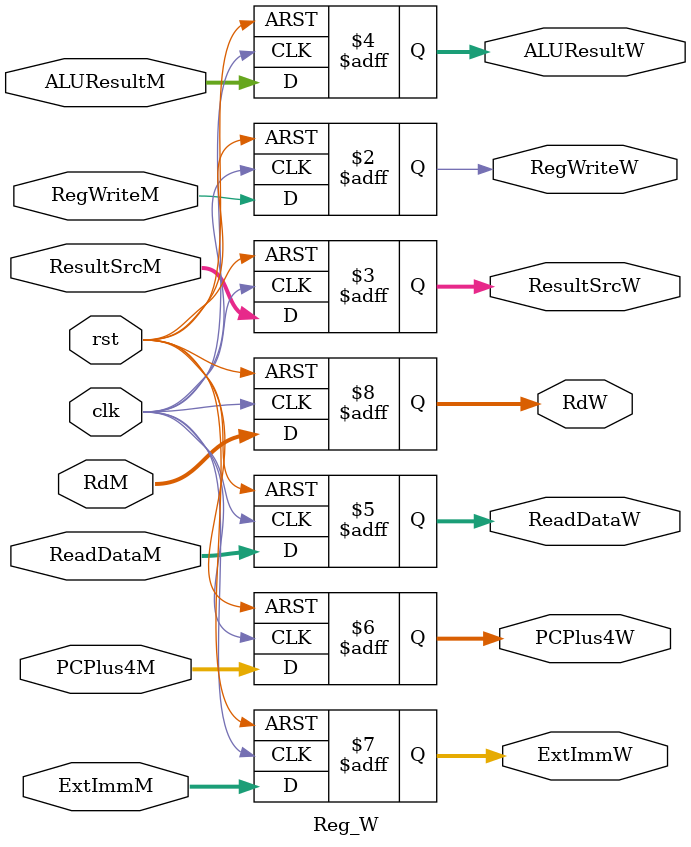
<source format=v>
module Reg_D(input clk, rst, EN, FlushD, input [31:0] InstF, PCF, PCPlus4F, output reg [31:0] InstD, PCD, PCPlus4D);

    always @(posedge clk, posedge rst)
        if (rst)
            {InstD, PCD, PCPlus4D} <= 96'b0;
        else if(FlushD)
            InstD <= 32'b00000000000000000000000000110011;
        else if(EN)
            {InstD, PCD, PCPlus4D} <= {InstF, PCF, PCPlus4F};
endmodule

module Reg_E(input clk, rst, FlushE, RegWriteD, MemWriteD, JumpD, BranchD, ALUSrcD, PCTargetSrcD,
             input [1:0] ResultSrcD,
             input [2:0] ALUControlD, funct3D,
             input [31:0] RD1D, RD2D, PCD, ExtImmD, PCPlus4D,
             input [4:0] Rs1D, Rs2D, RdD,
             output reg RegWriteE, MemWriteE, JumpE, BranchE, ALUSrcE, PCTargetSrcE,
             output reg [1:0] ResultSrcE,
             output reg [2:0] ALUControlE, funct3E,
             output reg [31:0] RD1E, RD2E, PCE, ExtImmE, PCPlus4E,
             output reg [4:0] Rs1E, Rs2E, RdE);

    always @(posedge clk, posedge rst)
        if(rst)
            {RegWriteE, MemWriteE, JumpE, BranchE, ALUSrcE, PCTargetSrcE, ResultSrcE, ALUControlE, funct3E, RD1E, RD2E, PCE, ExtImmE, PCPlus4E, Rs1E, Rs2E, RdE} <= 187'b0;
        else if (FlushE)
            {RegWriteE, MemWriteE, JumpE, BranchE, ALUSrcE, PCTargetSrcE, ResultSrcE, ALUControlE, funct3E, RD1E, RD2E, PCE, ExtImmE, PCPlus4E, Rs1E, Rs2E, RdE} <= 187'b0;
        else
            {RegWriteE, MemWriteE, JumpE, BranchE, ALUSrcE, PCTargetSrcE, ResultSrcE, ALUControlE, funct3E, RD1E, RD2E, PCE, ExtImmE, PCPlus4E, Rs1E, Rs2E, RdE} <= {RegWriteD, MemWriteD, JumpD, BranchD, ALUSrcD, PCTargetSrcD, ResultSrcD, ALUControlD, funct3D, RD1D, RD2D, PCD, ExtImmD, PCPlus4D, Rs1D, Rs2D, RdD};

endmodule

module Reg_M(input clk, rst, RegWriteE, MemWriteE, 
             input [1:0] ResultSrcE,
             input [31:0] ALUResultE, WriteDataE, PCPlus4E, ExtImmE,
             input [4:0] RdE,
             output reg RegWriteM, MemWriteM, 
             output reg [1:0]ResultSrcM,
             output reg [31:0] ALUResultM, WriteDataM, PCPlus4M, ExtImmM,
             output reg [4:0] RdM);

    always @(posedge clk, posedge rst)
        if(rst)
            {RegWriteM, MemWriteM, ResultSrcM, ALUResultM, WriteDataM, PCPlus4M, ExtImmM, RdM} <= 137'b0;
        else
            {RegWriteM, MemWriteM, ResultSrcM, ALUResultM, WriteDataM, PCPlus4M, ExtImmM, RdM} <= {RegWriteE, MemWriteE, ResultSrcE, ALUResultE, WriteDataE, PCPlus4E, ExtImmE, RdE};

endmodule

module Reg_W(input clk, rst, RegWriteM, 
             input [1:0] ResultSrcM,
             input [31:0] ALUResultM, ReadDataM, PCPlus4M, ExtImmM,
             input [4:0] RdM,
             output reg RegWriteW,
             output reg [1:0] ResultSrcW,
             output reg [31:0] ALUResultW, ReadDataW, PCPlus4W, ExtImmW,
             output reg [4:0] RdW);

    always @(posedge clk, posedge rst)
        if(rst)
            {RegWriteW, ResultSrcW, ALUResultW, ReadDataW, PCPlus4W, ExtImmW, RdW} <= 136'b0;
        else
            {RegWriteW, ResultSrcW, ALUResultW, ReadDataW, PCPlus4W, ExtImmW, RdW} <= {RegWriteM, ResultSrcM, ALUResultM, ReadDataM, PCPlus4M, ExtImmM, RdM};

endmodule
</source>
